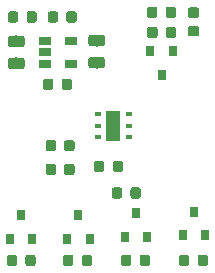
<source format=gtp>
G04 #@! TF.GenerationSoftware,KiCad,Pcbnew,(5.1.2)-1*
G04 #@! TF.CreationDate,2022-08-21T12:43:38+09:00*
G04 #@! TF.ProjectId,conv,636f6e76-2e6b-4696-9361-645f70636258,v1.1*
G04 #@! TF.SameCoordinates,Original*
G04 #@! TF.FileFunction,Paste,Top*
G04 #@! TF.FilePolarity,Positive*
%FSLAX46Y46*%
G04 Gerber Fmt 4.6, Leading zero omitted, Abs format (unit mm)*
G04 Created by KiCad (PCBNEW (5.1.2)-1) date 2022-08-21 12:43:38*
%MOMM*%
%LPD*%
G04 APERTURE LIST*
%ADD10C,0.100000*%
%ADD11C,0.875000*%
%ADD12R,0.800000X0.900000*%
%ADD13R,1.300000X2.500000*%
%ADD14R,0.500000X0.450000*%
%ADD15R,1.060000X0.650000*%
%ADD16C,0.975000*%
G04 APERTURE END LIST*
D10*
G36*
X125215691Y-112226053D02*
G01*
X125236926Y-112229203D01*
X125257750Y-112234419D01*
X125277962Y-112241651D01*
X125297368Y-112250830D01*
X125315781Y-112261866D01*
X125333024Y-112274654D01*
X125348930Y-112289070D01*
X125363346Y-112304976D01*
X125376134Y-112322219D01*
X125387170Y-112340632D01*
X125396349Y-112360038D01*
X125403581Y-112380250D01*
X125408797Y-112401074D01*
X125411947Y-112422309D01*
X125413000Y-112443750D01*
X125413000Y-112956250D01*
X125411947Y-112977691D01*
X125408797Y-112998926D01*
X125403581Y-113019750D01*
X125396349Y-113039962D01*
X125387170Y-113059368D01*
X125376134Y-113077781D01*
X125363346Y-113095024D01*
X125348930Y-113110930D01*
X125333024Y-113125346D01*
X125315781Y-113138134D01*
X125297368Y-113149170D01*
X125277962Y-113158349D01*
X125257750Y-113165581D01*
X125236926Y-113170797D01*
X125215691Y-113173947D01*
X125194250Y-113175000D01*
X124756750Y-113175000D01*
X124735309Y-113173947D01*
X124714074Y-113170797D01*
X124693250Y-113165581D01*
X124673038Y-113158349D01*
X124653632Y-113149170D01*
X124635219Y-113138134D01*
X124617976Y-113125346D01*
X124602070Y-113110930D01*
X124587654Y-113095024D01*
X124574866Y-113077781D01*
X124563830Y-113059368D01*
X124554651Y-113039962D01*
X124547419Y-113019750D01*
X124542203Y-112998926D01*
X124539053Y-112977691D01*
X124538000Y-112956250D01*
X124538000Y-112443750D01*
X124539053Y-112422309D01*
X124542203Y-112401074D01*
X124547419Y-112380250D01*
X124554651Y-112360038D01*
X124563830Y-112340632D01*
X124574866Y-112322219D01*
X124587654Y-112304976D01*
X124602070Y-112289070D01*
X124617976Y-112274654D01*
X124635219Y-112261866D01*
X124653632Y-112250830D01*
X124673038Y-112241651D01*
X124693250Y-112234419D01*
X124714074Y-112229203D01*
X124735309Y-112226053D01*
X124756750Y-112225000D01*
X125194250Y-112225000D01*
X125215691Y-112226053D01*
X125215691Y-112226053D01*
G37*
D11*
X124975500Y-112700000D03*
D10*
G36*
X123640691Y-112226053D02*
G01*
X123661926Y-112229203D01*
X123682750Y-112234419D01*
X123702962Y-112241651D01*
X123722368Y-112250830D01*
X123740781Y-112261866D01*
X123758024Y-112274654D01*
X123773930Y-112289070D01*
X123788346Y-112304976D01*
X123801134Y-112322219D01*
X123812170Y-112340632D01*
X123821349Y-112360038D01*
X123828581Y-112380250D01*
X123833797Y-112401074D01*
X123836947Y-112422309D01*
X123838000Y-112443750D01*
X123838000Y-112956250D01*
X123836947Y-112977691D01*
X123833797Y-112998926D01*
X123828581Y-113019750D01*
X123821349Y-113039962D01*
X123812170Y-113059368D01*
X123801134Y-113077781D01*
X123788346Y-113095024D01*
X123773930Y-113110930D01*
X123758024Y-113125346D01*
X123740781Y-113138134D01*
X123722368Y-113149170D01*
X123702962Y-113158349D01*
X123682750Y-113165581D01*
X123661926Y-113170797D01*
X123640691Y-113173947D01*
X123619250Y-113175000D01*
X123181750Y-113175000D01*
X123160309Y-113173947D01*
X123139074Y-113170797D01*
X123118250Y-113165581D01*
X123098038Y-113158349D01*
X123078632Y-113149170D01*
X123060219Y-113138134D01*
X123042976Y-113125346D01*
X123027070Y-113110930D01*
X123012654Y-113095024D01*
X122999866Y-113077781D01*
X122988830Y-113059368D01*
X122979651Y-113039962D01*
X122972419Y-113019750D01*
X122967203Y-112998926D01*
X122964053Y-112977691D01*
X122963000Y-112956250D01*
X122963000Y-112443750D01*
X122964053Y-112422309D01*
X122967203Y-112401074D01*
X122972419Y-112380250D01*
X122979651Y-112360038D01*
X122988830Y-112340632D01*
X122999866Y-112322219D01*
X123012654Y-112304976D01*
X123027070Y-112289070D01*
X123042976Y-112274654D01*
X123060219Y-112261866D01*
X123078632Y-112250830D01*
X123098038Y-112241651D01*
X123118250Y-112234419D01*
X123139074Y-112229203D01*
X123160309Y-112226053D01*
X123181750Y-112225000D01*
X123619250Y-112225000D01*
X123640691Y-112226053D01*
X123640691Y-112226053D01*
G37*
D11*
X123400500Y-112700000D03*
D10*
G36*
X122539691Y-92926053D02*
G01*
X122560926Y-92929203D01*
X122581750Y-92934419D01*
X122601962Y-92941651D01*
X122621368Y-92950830D01*
X122639781Y-92961866D01*
X122657024Y-92974654D01*
X122672930Y-92989070D01*
X122687346Y-93004976D01*
X122700134Y-93022219D01*
X122711170Y-93040632D01*
X122720349Y-93060038D01*
X122727581Y-93080250D01*
X122732797Y-93101074D01*
X122735947Y-93122309D01*
X122737000Y-93143750D01*
X122737000Y-93656250D01*
X122735947Y-93677691D01*
X122732797Y-93698926D01*
X122727581Y-93719750D01*
X122720349Y-93739962D01*
X122711170Y-93759368D01*
X122700134Y-93777781D01*
X122687346Y-93795024D01*
X122672930Y-93810930D01*
X122657024Y-93825346D01*
X122639781Y-93838134D01*
X122621368Y-93849170D01*
X122601962Y-93858349D01*
X122581750Y-93865581D01*
X122560926Y-93870797D01*
X122539691Y-93873947D01*
X122518250Y-93875000D01*
X122080750Y-93875000D01*
X122059309Y-93873947D01*
X122038074Y-93870797D01*
X122017250Y-93865581D01*
X121997038Y-93858349D01*
X121977632Y-93849170D01*
X121959219Y-93838134D01*
X121941976Y-93825346D01*
X121926070Y-93810930D01*
X121911654Y-93795024D01*
X121898866Y-93777781D01*
X121887830Y-93759368D01*
X121878651Y-93739962D01*
X121871419Y-93719750D01*
X121866203Y-93698926D01*
X121863053Y-93677691D01*
X121862000Y-93656250D01*
X121862000Y-93143750D01*
X121863053Y-93122309D01*
X121866203Y-93101074D01*
X121871419Y-93080250D01*
X121878651Y-93060038D01*
X121887830Y-93040632D01*
X121898866Y-93022219D01*
X121911654Y-93004976D01*
X121926070Y-92989070D01*
X121941976Y-92974654D01*
X121959219Y-92961866D01*
X121977632Y-92950830D01*
X121997038Y-92941651D01*
X122017250Y-92934419D01*
X122038074Y-92929203D01*
X122059309Y-92926053D01*
X122080750Y-92925000D01*
X122518250Y-92925000D01*
X122539691Y-92926053D01*
X122539691Y-92926053D01*
G37*
D11*
X122299500Y-93400000D03*
D10*
G36*
X120964691Y-92926053D02*
G01*
X120985926Y-92929203D01*
X121006750Y-92934419D01*
X121026962Y-92941651D01*
X121046368Y-92950830D01*
X121064781Y-92961866D01*
X121082024Y-92974654D01*
X121097930Y-92989070D01*
X121112346Y-93004976D01*
X121125134Y-93022219D01*
X121136170Y-93040632D01*
X121145349Y-93060038D01*
X121152581Y-93080250D01*
X121157797Y-93101074D01*
X121160947Y-93122309D01*
X121162000Y-93143750D01*
X121162000Y-93656250D01*
X121160947Y-93677691D01*
X121157797Y-93698926D01*
X121152581Y-93719750D01*
X121145349Y-93739962D01*
X121136170Y-93759368D01*
X121125134Y-93777781D01*
X121112346Y-93795024D01*
X121097930Y-93810930D01*
X121082024Y-93825346D01*
X121064781Y-93838134D01*
X121046368Y-93849170D01*
X121026962Y-93858349D01*
X121006750Y-93865581D01*
X120985926Y-93870797D01*
X120964691Y-93873947D01*
X120943250Y-93875000D01*
X120505750Y-93875000D01*
X120484309Y-93873947D01*
X120463074Y-93870797D01*
X120442250Y-93865581D01*
X120422038Y-93858349D01*
X120402632Y-93849170D01*
X120384219Y-93838134D01*
X120366976Y-93825346D01*
X120351070Y-93810930D01*
X120336654Y-93795024D01*
X120323866Y-93777781D01*
X120312830Y-93759368D01*
X120303651Y-93739962D01*
X120296419Y-93719750D01*
X120291203Y-93698926D01*
X120288053Y-93677691D01*
X120287000Y-93656250D01*
X120287000Y-93143750D01*
X120288053Y-93122309D01*
X120291203Y-93101074D01*
X120296419Y-93080250D01*
X120303651Y-93060038D01*
X120312830Y-93040632D01*
X120323866Y-93022219D01*
X120336654Y-93004976D01*
X120351070Y-92989070D01*
X120366976Y-92974654D01*
X120384219Y-92961866D01*
X120402632Y-92950830D01*
X120422038Y-92941651D01*
X120442250Y-92934419D01*
X120463074Y-92929203D01*
X120484309Y-92926053D01*
X120505750Y-92925000D01*
X120943250Y-92925000D01*
X120964691Y-92926053D01*
X120964691Y-92926053D01*
G37*
D11*
X120724500Y-93400000D03*
D10*
G36*
X124477691Y-91288553D02*
G01*
X124498926Y-91291703D01*
X124519750Y-91296919D01*
X124539962Y-91304151D01*
X124559368Y-91313330D01*
X124577781Y-91324366D01*
X124595024Y-91337154D01*
X124610930Y-91351570D01*
X124625346Y-91367476D01*
X124638134Y-91384719D01*
X124649170Y-91403132D01*
X124658349Y-91422538D01*
X124665581Y-91442750D01*
X124670797Y-91463574D01*
X124673947Y-91484809D01*
X124675000Y-91506250D01*
X124675000Y-91943750D01*
X124673947Y-91965191D01*
X124670797Y-91986426D01*
X124665581Y-92007250D01*
X124658349Y-92027462D01*
X124649170Y-92046868D01*
X124638134Y-92065281D01*
X124625346Y-92082524D01*
X124610930Y-92098430D01*
X124595024Y-92112846D01*
X124577781Y-92125634D01*
X124559368Y-92136670D01*
X124539962Y-92145849D01*
X124519750Y-92153081D01*
X124498926Y-92158297D01*
X124477691Y-92161447D01*
X124456250Y-92162500D01*
X123943750Y-92162500D01*
X123922309Y-92161447D01*
X123901074Y-92158297D01*
X123880250Y-92153081D01*
X123860038Y-92145849D01*
X123840632Y-92136670D01*
X123822219Y-92125634D01*
X123804976Y-92112846D01*
X123789070Y-92098430D01*
X123774654Y-92082524D01*
X123761866Y-92065281D01*
X123750830Y-92046868D01*
X123741651Y-92027462D01*
X123734419Y-92007250D01*
X123729203Y-91986426D01*
X123726053Y-91965191D01*
X123725000Y-91943750D01*
X123725000Y-91506250D01*
X123726053Y-91484809D01*
X123729203Y-91463574D01*
X123734419Y-91442750D01*
X123741651Y-91422538D01*
X123750830Y-91403132D01*
X123761866Y-91384719D01*
X123774654Y-91367476D01*
X123789070Y-91351570D01*
X123804976Y-91337154D01*
X123822219Y-91324366D01*
X123840632Y-91313330D01*
X123860038Y-91304151D01*
X123880250Y-91296919D01*
X123901074Y-91291703D01*
X123922309Y-91288553D01*
X123943750Y-91287500D01*
X124456250Y-91287500D01*
X124477691Y-91288553D01*
X124477691Y-91288553D01*
G37*
D11*
X124200000Y-91725000D03*
D10*
G36*
X124477691Y-92863553D02*
G01*
X124498926Y-92866703D01*
X124519750Y-92871919D01*
X124539962Y-92879151D01*
X124559368Y-92888330D01*
X124577781Y-92899366D01*
X124595024Y-92912154D01*
X124610930Y-92926570D01*
X124625346Y-92942476D01*
X124638134Y-92959719D01*
X124649170Y-92978132D01*
X124658349Y-92997538D01*
X124665581Y-93017750D01*
X124670797Y-93038574D01*
X124673947Y-93059809D01*
X124675000Y-93081250D01*
X124675000Y-93518750D01*
X124673947Y-93540191D01*
X124670797Y-93561426D01*
X124665581Y-93582250D01*
X124658349Y-93602462D01*
X124649170Y-93621868D01*
X124638134Y-93640281D01*
X124625346Y-93657524D01*
X124610930Y-93673430D01*
X124595024Y-93687846D01*
X124577781Y-93700634D01*
X124559368Y-93711670D01*
X124539962Y-93720849D01*
X124519750Y-93728081D01*
X124498926Y-93733297D01*
X124477691Y-93736447D01*
X124456250Y-93737500D01*
X123943750Y-93737500D01*
X123922309Y-93736447D01*
X123901074Y-93733297D01*
X123880250Y-93728081D01*
X123860038Y-93720849D01*
X123840632Y-93711670D01*
X123822219Y-93700634D01*
X123804976Y-93687846D01*
X123789070Y-93673430D01*
X123774654Y-93657524D01*
X123761866Y-93640281D01*
X123750830Y-93621868D01*
X123741651Y-93602462D01*
X123734419Y-93582250D01*
X123729203Y-93561426D01*
X123726053Y-93540191D01*
X123725000Y-93518750D01*
X123725000Y-93081250D01*
X123726053Y-93059809D01*
X123729203Y-93038574D01*
X123734419Y-93017750D01*
X123741651Y-92997538D01*
X123750830Y-92978132D01*
X123761866Y-92959719D01*
X123774654Y-92942476D01*
X123789070Y-92926570D01*
X123804976Y-92912154D01*
X123822219Y-92899366D01*
X123840632Y-92888330D01*
X123860038Y-92879151D01*
X123880250Y-92871919D01*
X123901074Y-92866703D01*
X123922309Y-92863553D01*
X123943750Y-92862500D01*
X124456250Y-92862500D01*
X124477691Y-92863553D01*
X124477691Y-92863553D01*
G37*
D11*
X124200000Y-93300000D03*
D10*
G36*
X122515691Y-91226053D02*
G01*
X122536926Y-91229203D01*
X122557750Y-91234419D01*
X122577962Y-91241651D01*
X122597368Y-91250830D01*
X122615781Y-91261866D01*
X122633024Y-91274654D01*
X122648930Y-91289070D01*
X122663346Y-91304976D01*
X122676134Y-91322219D01*
X122687170Y-91340632D01*
X122696349Y-91360038D01*
X122703581Y-91380250D01*
X122708797Y-91401074D01*
X122711947Y-91422309D01*
X122713000Y-91443750D01*
X122713000Y-91956250D01*
X122711947Y-91977691D01*
X122708797Y-91998926D01*
X122703581Y-92019750D01*
X122696349Y-92039962D01*
X122687170Y-92059368D01*
X122676134Y-92077781D01*
X122663346Y-92095024D01*
X122648930Y-92110930D01*
X122633024Y-92125346D01*
X122615781Y-92138134D01*
X122597368Y-92149170D01*
X122577962Y-92158349D01*
X122557750Y-92165581D01*
X122536926Y-92170797D01*
X122515691Y-92173947D01*
X122494250Y-92175000D01*
X122056750Y-92175000D01*
X122035309Y-92173947D01*
X122014074Y-92170797D01*
X121993250Y-92165581D01*
X121973038Y-92158349D01*
X121953632Y-92149170D01*
X121935219Y-92138134D01*
X121917976Y-92125346D01*
X121902070Y-92110930D01*
X121887654Y-92095024D01*
X121874866Y-92077781D01*
X121863830Y-92059368D01*
X121854651Y-92039962D01*
X121847419Y-92019750D01*
X121842203Y-91998926D01*
X121839053Y-91977691D01*
X121838000Y-91956250D01*
X121838000Y-91443750D01*
X121839053Y-91422309D01*
X121842203Y-91401074D01*
X121847419Y-91380250D01*
X121854651Y-91360038D01*
X121863830Y-91340632D01*
X121874866Y-91322219D01*
X121887654Y-91304976D01*
X121902070Y-91289070D01*
X121917976Y-91274654D01*
X121935219Y-91261866D01*
X121953632Y-91250830D01*
X121973038Y-91241651D01*
X121993250Y-91234419D01*
X122014074Y-91229203D01*
X122035309Y-91226053D01*
X122056750Y-91225000D01*
X122494250Y-91225000D01*
X122515691Y-91226053D01*
X122515691Y-91226053D01*
G37*
D11*
X122275500Y-91700000D03*
D10*
G36*
X120940691Y-91226053D02*
G01*
X120961926Y-91229203D01*
X120982750Y-91234419D01*
X121002962Y-91241651D01*
X121022368Y-91250830D01*
X121040781Y-91261866D01*
X121058024Y-91274654D01*
X121073930Y-91289070D01*
X121088346Y-91304976D01*
X121101134Y-91322219D01*
X121112170Y-91340632D01*
X121121349Y-91360038D01*
X121128581Y-91380250D01*
X121133797Y-91401074D01*
X121136947Y-91422309D01*
X121138000Y-91443750D01*
X121138000Y-91956250D01*
X121136947Y-91977691D01*
X121133797Y-91998926D01*
X121128581Y-92019750D01*
X121121349Y-92039962D01*
X121112170Y-92059368D01*
X121101134Y-92077781D01*
X121088346Y-92095024D01*
X121073930Y-92110930D01*
X121058024Y-92125346D01*
X121040781Y-92138134D01*
X121022368Y-92149170D01*
X121002962Y-92158349D01*
X120982750Y-92165581D01*
X120961926Y-92170797D01*
X120940691Y-92173947D01*
X120919250Y-92175000D01*
X120481750Y-92175000D01*
X120460309Y-92173947D01*
X120439074Y-92170797D01*
X120418250Y-92165581D01*
X120398038Y-92158349D01*
X120378632Y-92149170D01*
X120360219Y-92138134D01*
X120342976Y-92125346D01*
X120327070Y-92110930D01*
X120312654Y-92095024D01*
X120299866Y-92077781D01*
X120288830Y-92059368D01*
X120279651Y-92039962D01*
X120272419Y-92019750D01*
X120267203Y-91998926D01*
X120264053Y-91977691D01*
X120263000Y-91956250D01*
X120263000Y-91443750D01*
X120264053Y-91422309D01*
X120267203Y-91401074D01*
X120272419Y-91380250D01*
X120279651Y-91360038D01*
X120288830Y-91340632D01*
X120299866Y-91322219D01*
X120312654Y-91304976D01*
X120327070Y-91289070D01*
X120342976Y-91274654D01*
X120360219Y-91261866D01*
X120378632Y-91250830D01*
X120398038Y-91241651D01*
X120418250Y-91234419D01*
X120439074Y-91229203D01*
X120460309Y-91226053D01*
X120481750Y-91225000D01*
X120919250Y-91225000D01*
X120940691Y-91226053D01*
X120940691Y-91226053D01*
G37*
D11*
X120700500Y-91700000D03*
D10*
G36*
X119539691Y-106526053D02*
G01*
X119560926Y-106529203D01*
X119581750Y-106534419D01*
X119601962Y-106541651D01*
X119621368Y-106550830D01*
X119639781Y-106561866D01*
X119657024Y-106574654D01*
X119672930Y-106589070D01*
X119687346Y-106604976D01*
X119700134Y-106622219D01*
X119711170Y-106640632D01*
X119720349Y-106660038D01*
X119727581Y-106680250D01*
X119732797Y-106701074D01*
X119735947Y-106722309D01*
X119737000Y-106743750D01*
X119737000Y-107256250D01*
X119735947Y-107277691D01*
X119732797Y-107298926D01*
X119727581Y-107319750D01*
X119720349Y-107339962D01*
X119711170Y-107359368D01*
X119700134Y-107377781D01*
X119687346Y-107395024D01*
X119672930Y-107410930D01*
X119657024Y-107425346D01*
X119639781Y-107438134D01*
X119621368Y-107449170D01*
X119601962Y-107458349D01*
X119581750Y-107465581D01*
X119560926Y-107470797D01*
X119539691Y-107473947D01*
X119518250Y-107475000D01*
X119080750Y-107475000D01*
X119059309Y-107473947D01*
X119038074Y-107470797D01*
X119017250Y-107465581D01*
X118997038Y-107458349D01*
X118977632Y-107449170D01*
X118959219Y-107438134D01*
X118941976Y-107425346D01*
X118926070Y-107410930D01*
X118911654Y-107395024D01*
X118898866Y-107377781D01*
X118887830Y-107359368D01*
X118878651Y-107339962D01*
X118871419Y-107319750D01*
X118866203Y-107298926D01*
X118863053Y-107277691D01*
X118862000Y-107256250D01*
X118862000Y-106743750D01*
X118863053Y-106722309D01*
X118866203Y-106701074D01*
X118871419Y-106680250D01*
X118878651Y-106660038D01*
X118887830Y-106640632D01*
X118898866Y-106622219D01*
X118911654Y-106604976D01*
X118926070Y-106589070D01*
X118941976Y-106574654D01*
X118959219Y-106561866D01*
X118977632Y-106550830D01*
X118997038Y-106541651D01*
X119017250Y-106534419D01*
X119038074Y-106529203D01*
X119059309Y-106526053D01*
X119080750Y-106525000D01*
X119518250Y-106525000D01*
X119539691Y-106526053D01*
X119539691Y-106526053D01*
G37*
D11*
X119299500Y-107000000D03*
D10*
G36*
X117964691Y-106526053D02*
G01*
X117985926Y-106529203D01*
X118006750Y-106534419D01*
X118026962Y-106541651D01*
X118046368Y-106550830D01*
X118064781Y-106561866D01*
X118082024Y-106574654D01*
X118097930Y-106589070D01*
X118112346Y-106604976D01*
X118125134Y-106622219D01*
X118136170Y-106640632D01*
X118145349Y-106660038D01*
X118152581Y-106680250D01*
X118157797Y-106701074D01*
X118160947Y-106722309D01*
X118162000Y-106743750D01*
X118162000Y-107256250D01*
X118160947Y-107277691D01*
X118157797Y-107298926D01*
X118152581Y-107319750D01*
X118145349Y-107339962D01*
X118136170Y-107359368D01*
X118125134Y-107377781D01*
X118112346Y-107395024D01*
X118097930Y-107410930D01*
X118082024Y-107425346D01*
X118064781Y-107438134D01*
X118046368Y-107449170D01*
X118026962Y-107458349D01*
X118006750Y-107465581D01*
X117985926Y-107470797D01*
X117964691Y-107473947D01*
X117943250Y-107475000D01*
X117505750Y-107475000D01*
X117484309Y-107473947D01*
X117463074Y-107470797D01*
X117442250Y-107465581D01*
X117422038Y-107458349D01*
X117402632Y-107449170D01*
X117384219Y-107438134D01*
X117366976Y-107425346D01*
X117351070Y-107410930D01*
X117336654Y-107395024D01*
X117323866Y-107377781D01*
X117312830Y-107359368D01*
X117303651Y-107339962D01*
X117296419Y-107319750D01*
X117291203Y-107298926D01*
X117288053Y-107277691D01*
X117287000Y-107256250D01*
X117287000Y-106743750D01*
X117288053Y-106722309D01*
X117291203Y-106701074D01*
X117296419Y-106680250D01*
X117303651Y-106660038D01*
X117312830Y-106640632D01*
X117323866Y-106622219D01*
X117336654Y-106604976D01*
X117351070Y-106589070D01*
X117366976Y-106574654D01*
X117384219Y-106561866D01*
X117402632Y-106550830D01*
X117422038Y-106541651D01*
X117442250Y-106534419D01*
X117463074Y-106529203D01*
X117484309Y-106526053D01*
X117505750Y-106525000D01*
X117943250Y-106525000D01*
X117964691Y-106526053D01*
X117964691Y-106526053D01*
G37*
D11*
X117724500Y-107000000D03*
D10*
G36*
X110639691Y-112226053D02*
G01*
X110660926Y-112229203D01*
X110681750Y-112234419D01*
X110701962Y-112241651D01*
X110721368Y-112250830D01*
X110739781Y-112261866D01*
X110757024Y-112274654D01*
X110772930Y-112289070D01*
X110787346Y-112304976D01*
X110800134Y-112322219D01*
X110811170Y-112340632D01*
X110820349Y-112360038D01*
X110827581Y-112380250D01*
X110832797Y-112401074D01*
X110835947Y-112422309D01*
X110837000Y-112443750D01*
X110837000Y-112956250D01*
X110835947Y-112977691D01*
X110832797Y-112998926D01*
X110827581Y-113019750D01*
X110820349Y-113039962D01*
X110811170Y-113059368D01*
X110800134Y-113077781D01*
X110787346Y-113095024D01*
X110772930Y-113110930D01*
X110757024Y-113125346D01*
X110739781Y-113138134D01*
X110721368Y-113149170D01*
X110701962Y-113158349D01*
X110681750Y-113165581D01*
X110660926Y-113170797D01*
X110639691Y-113173947D01*
X110618250Y-113175000D01*
X110180750Y-113175000D01*
X110159309Y-113173947D01*
X110138074Y-113170797D01*
X110117250Y-113165581D01*
X110097038Y-113158349D01*
X110077632Y-113149170D01*
X110059219Y-113138134D01*
X110041976Y-113125346D01*
X110026070Y-113110930D01*
X110011654Y-113095024D01*
X109998866Y-113077781D01*
X109987830Y-113059368D01*
X109978651Y-113039962D01*
X109971419Y-113019750D01*
X109966203Y-112998926D01*
X109963053Y-112977691D01*
X109962000Y-112956250D01*
X109962000Y-112443750D01*
X109963053Y-112422309D01*
X109966203Y-112401074D01*
X109971419Y-112380250D01*
X109978651Y-112360038D01*
X109987830Y-112340632D01*
X109998866Y-112322219D01*
X110011654Y-112304976D01*
X110026070Y-112289070D01*
X110041976Y-112274654D01*
X110059219Y-112261866D01*
X110077632Y-112250830D01*
X110097038Y-112241651D01*
X110117250Y-112234419D01*
X110138074Y-112229203D01*
X110159309Y-112226053D01*
X110180750Y-112225000D01*
X110618250Y-112225000D01*
X110639691Y-112226053D01*
X110639691Y-112226053D01*
G37*
D11*
X110399500Y-112700000D03*
D10*
G36*
X109064691Y-112226053D02*
G01*
X109085926Y-112229203D01*
X109106750Y-112234419D01*
X109126962Y-112241651D01*
X109146368Y-112250830D01*
X109164781Y-112261866D01*
X109182024Y-112274654D01*
X109197930Y-112289070D01*
X109212346Y-112304976D01*
X109225134Y-112322219D01*
X109236170Y-112340632D01*
X109245349Y-112360038D01*
X109252581Y-112380250D01*
X109257797Y-112401074D01*
X109260947Y-112422309D01*
X109262000Y-112443750D01*
X109262000Y-112956250D01*
X109260947Y-112977691D01*
X109257797Y-112998926D01*
X109252581Y-113019750D01*
X109245349Y-113039962D01*
X109236170Y-113059368D01*
X109225134Y-113077781D01*
X109212346Y-113095024D01*
X109197930Y-113110930D01*
X109182024Y-113125346D01*
X109164781Y-113138134D01*
X109146368Y-113149170D01*
X109126962Y-113158349D01*
X109106750Y-113165581D01*
X109085926Y-113170797D01*
X109064691Y-113173947D01*
X109043250Y-113175000D01*
X108605750Y-113175000D01*
X108584309Y-113173947D01*
X108563074Y-113170797D01*
X108542250Y-113165581D01*
X108522038Y-113158349D01*
X108502632Y-113149170D01*
X108484219Y-113138134D01*
X108466976Y-113125346D01*
X108451070Y-113110930D01*
X108436654Y-113095024D01*
X108423866Y-113077781D01*
X108412830Y-113059368D01*
X108403651Y-113039962D01*
X108396419Y-113019750D01*
X108391203Y-112998926D01*
X108388053Y-112977691D01*
X108387000Y-112956250D01*
X108387000Y-112443750D01*
X108388053Y-112422309D01*
X108391203Y-112401074D01*
X108396419Y-112380250D01*
X108403651Y-112360038D01*
X108412830Y-112340632D01*
X108423866Y-112322219D01*
X108436654Y-112304976D01*
X108451070Y-112289070D01*
X108466976Y-112274654D01*
X108484219Y-112261866D01*
X108502632Y-112250830D01*
X108522038Y-112241651D01*
X108542250Y-112234419D01*
X108563074Y-112229203D01*
X108584309Y-112226053D01*
X108605750Y-112225000D01*
X109043250Y-112225000D01*
X109064691Y-112226053D01*
X109064691Y-112226053D01*
G37*
D11*
X108824500Y-112700000D03*
D10*
G36*
X115415691Y-112226053D02*
G01*
X115436926Y-112229203D01*
X115457750Y-112234419D01*
X115477962Y-112241651D01*
X115497368Y-112250830D01*
X115515781Y-112261866D01*
X115533024Y-112274654D01*
X115548930Y-112289070D01*
X115563346Y-112304976D01*
X115576134Y-112322219D01*
X115587170Y-112340632D01*
X115596349Y-112360038D01*
X115603581Y-112380250D01*
X115608797Y-112401074D01*
X115611947Y-112422309D01*
X115613000Y-112443750D01*
X115613000Y-112956250D01*
X115611947Y-112977691D01*
X115608797Y-112998926D01*
X115603581Y-113019750D01*
X115596349Y-113039962D01*
X115587170Y-113059368D01*
X115576134Y-113077781D01*
X115563346Y-113095024D01*
X115548930Y-113110930D01*
X115533024Y-113125346D01*
X115515781Y-113138134D01*
X115497368Y-113149170D01*
X115477962Y-113158349D01*
X115457750Y-113165581D01*
X115436926Y-113170797D01*
X115415691Y-113173947D01*
X115394250Y-113175000D01*
X114956750Y-113175000D01*
X114935309Y-113173947D01*
X114914074Y-113170797D01*
X114893250Y-113165581D01*
X114873038Y-113158349D01*
X114853632Y-113149170D01*
X114835219Y-113138134D01*
X114817976Y-113125346D01*
X114802070Y-113110930D01*
X114787654Y-113095024D01*
X114774866Y-113077781D01*
X114763830Y-113059368D01*
X114754651Y-113039962D01*
X114747419Y-113019750D01*
X114742203Y-112998926D01*
X114739053Y-112977691D01*
X114738000Y-112956250D01*
X114738000Y-112443750D01*
X114739053Y-112422309D01*
X114742203Y-112401074D01*
X114747419Y-112380250D01*
X114754651Y-112360038D01*
X114763830Y-112340632D01*
X114774866Y-112322219D01*
X114787654Y-112304976D01*
X114802070Y-112289070D01*
X114817976Y-112274654D01*
X114835219Y-112261866D01*
X114853632Y-112250830D01*
X114873038Y-112241651D01*
X114893250Y-112234419D01*
X114914074Y-112229203D01*
X114935309Y-112226053D01*
X114956750Y-112225000D01*
X115394250Y-112225000D01*
X115415691Y-112226053D01*
X115415691Y-112226053D01*
G37*
D11*
X115175500Y-112700000D03*
D10*
G36*
X113840691Y-112226053D02*
G01*
X113861926Y-112229203D01*
X113882750Y-112234419D01*
X113902962Y-112241651D01*
X113922368Y-112250830D01*
X113940781Y-112261866D01*
X113958024Y-112274654D01*
X113973930Y-112289070D01*
X113988346Y-112304976D01*
X114001134Y-112322219D01*
X114012170Y-112340632D01*
X114021349Y-112360038D01*
X114028581Y-112380250D01*
X114033797Y-112401074D01*
X114036947Y-112422309D01*
X114038000Y-112443750D01*
X114038000Y-112956250D01*
X114036947Y-112977691D01*
X114033797Y-112998926D01*
X114028581Y-113019750D01*
X114021349Y-113039962D01*
X114012170Y-113059368D01*
X114001134Y-113077781D01*
X113988346Y-113095024D01*
X113973930Y-113110930D01*
X113958024Y-113125346D01*
X113940781Y-113138134D01*
X113922368Y-113149170D01*
X113902962Y-113158349D01*
X113882750Y-113165581D01*
X113861926Y-113170797D01*
X113840691Y-113173947D01*
X113819250Y-113175000D01*
X113381750Y-113175000D01*
X113360309Y-113173947D01*
X113339074Y-113170797D01*
X113318250Y-113165581D01*
X113298038Y-113158349D01*
X113278632Y-113149170D01*
X113260219Y-113138134D01*
X113242976Y-113125346D01*
X113227070Y-113110930D01*
X113212654Y-113095024D01*
X113199866Y-113077781D01*
X113188830Y-113059368D01*
X113179651Y-113039962D01*
X113172419Y-113019750D01*
X113167203Y-112998926D01*
X113164053Y-112977691D01*
X113163000Y-112956250D01*
X113163000Y-112443750D01*
X113164053Y-112422309D01*
X113167203Y-112401074D01*
X113172419Y-112380250D01*
X113179651Y-112360038D01*
X113188830Y-112340632D01*
X113199866Y-112322219D01*
X113212654Y-112304976D01*
X113227070Y-112289070D01*
X113242976Y-112274654D01*
X113260219Y-112261866D01*
X113278632Y-112250830D01*
X113298038Y-112241651D01*
X113318250Y-112234419D01*
X113339074Y-112229203D01*
X113360309Y-112226053D01*
X113381750Y-112225000D01*
X113819250Y-112225000D01*
X113840691Y-112226053D01*
X113840691Y-112226053D01*
G37*
D11*
X113600500Y-112700000D03*
D12*
X121500000Y-97000000D03*
X120550000Y-95000000D03*
X122450000Y-95000000D03*
X124250000Y-108600000D03*
X125200000Y-110600000D03*
X123300000Y-110600000D03*
X119350000Y-108700000D03*
X120300000Y-110700000D03*
X118400000Y-110700000D03*
X114450000Y-108900000D03*
X115400000Y-110900000D03*
X113500000Y-110900000D03*
X109600000Y-108900000D03*
X110550000Y-110900000D03*
X108650000Y-110900000D03*
D13*
X117400000Y-101300000D03*
D14*
X116100000Y-102250000D03*
X116100000Y-101300000D03*
X116100000Y-100350000D03*
X118700000Y-100350000D03*
X118700000Y-101300000D03*
X118700000Y-102250000D03*
D15*
X113800000Y-94150000D03*
X113800000Y-96050000D03*
X111600000Y-96050000D03*
X111600000Y-95100000D03*
X111600000Y-94150000D03*
D10*
G36*
X109164691Y-91626053D02*
G01*
X109185926Y-91629203D01*
X109206750Y-91634419D01*
X109226962Y-91641651D01*
X109246368Y-91650830D01*
X109264781Y-91661866D01*
X109282024Y-91674654D01*
X109297930Y-91689070D01*
X109312346Y-91704976D01*
X109325134Y-91722219D01*
X109336170Y-91740632D01*
X109345349Y-91760038D01*
X109352581Y-91780250D01*
X109357797Y-91801074D01*
X109360947Y-91822309D01*
X109362000Y-91843750D01*
X109362000Y-92356250D01*
X109360947Y-92377691D01*
X109357797Y-92398926D01*
X109352581Y-92419750D01*
X109345349Y-92439962D01*
X109336170Y-92459368D01*
X109325134Y-92477781D01*
X109312346Y-92495024D01*
X109297930Y-92510930D01*
X109282024Y-92525346D01*
X109264781Y-92538134D01*
X109246368Y-92549170D01*
X109226962Y-92558349D01*
X109206750Y-92565581D01*
X109185926Y-92570797D01*
X109164691Y-92573947D01*
X109143250Y-92575000D01*
X108705750Y-92575000D01*
X108684309Y-92573947D01*
X108663074Y-92570797D01*
X108642250Y-92565581D01*
X108622038Y-92558349D01*
X108602632Y-92549170D01*
X108584219Y-92538134D01*
X108566976Y-92525346D01*
X108551070Y-92510930D01*
X108536654Y-92495024D01*
X108523866Y-92477781D01*
X108512830Y-92459368D01*
X108503651Y-92439962D01*
X108496419Y-92419750D01*
X108491203Y-92398926D01*
X108488053Y-92377691D01*
X108487000Y-92356250D01*
X108487000Y-91843750D01*
X108488053Y-91822309D01*
X108491203Y-91801074D01*
X108496419Y-91780250D01*
X108503651Y-91760038D01*
X108512830Y-91740632D01*
X108523866Y-91722219D01*
X108536654Y-91704976D01*
X108551070Y-91689070D01*
X108566976Y-91674654D01*
X108584219Y-91661866D01*
X108602632Y-91650830D01*
X108622038Y-91641651D01*
X108642250Y-91634419D01*
X108663074Y-91629203D01*
X108684309Y-91626053D01*
X108705750Y-91625000D01*
X109143250Y-91625000D01*
X109164691Y-91626053D01*
X109164691Y-91626053D01*
G37*
D11*
X108924500Y-92100000D03*
D10*
G36*
X110739691Y-91626053D02*
G01*
X110760926Y-91629203D01*
X110781750Y-91634419D01*
X110801962Y-91641651D01*
X110821368Y-91650830D01*
X110839781Y-91661866D01*
X110857024Y-91674654D01*
X110872930Y-91689070D01*
X110887346Y-91704976D01*
X110900134Y-91722219D01*
X110911170Y-91740632D01*
X110920349Y-91760038D01*
X110927581Y-91780250D01*
X110932797Y-91801074D01*
X110935947Y-91822309D01*
X110937000Y-91843750D01*
X110937000Y-92356250D01*
X110935947Y-92377691D01*
X110932797Y-92398926D01*
X110927581Y-92419750D01*
X110920349Y-92439962D01*
X110911170Y-92459368D01*
X110900134Y-92477781D01*
X110887346Y-92495024D01*
X110872930Y-92510930D01*
X110857024Y-92525346D01*
X110839781Y-92538134D01*
X110821368Y-92549170D01*
X110801962Y-92558349D01*
X110781750Y-92565581D01*
X110760926Y-92570797D01*
X110739691Y-92573947D01*
X110718250Y-92575000D01*
X110280750Y-92575000D01*
X110259309Y-92573947D01*
X110238074Y-92570797D01*
X110217250Y-92565581D01*
X110197038Y-92558349D01*
X110177632Y-92549170D01*
X110159219Y-92538134D01*
X110141976Y-92525346D01*
X110126070Y-92510930D01*
X110111654Y-92495024D01*
X110098866Y-92477781D01*
X110087830Y-92459368D01*
X110078651Y-92439962D01*
X110071419Y-92419750D01*
X110066203Y-92398926D01*
X110063053Y-92377691D01*
X110062000Y-92356250D01*
X110062000Y-91843750D01*
X110063053Y-91822309D01*
X110066203Y-91801074D01*
X110071419Y-91780250D01*
X110078651Y-91760038D01*
X110087830Y-91740632D01*
X110098866Y-91722219D01*
X110111654Y-91704976D01*
X110126070Y-91689070D01*
X110141976Y-91674654D01*
X110159219Y-91661866D01*
X110177632Y-91650830D01*
X110197038Y-91641651D01*
X110217250Y-91634419D01*
X110238074Y-91629203D01*
X110259309Y-91626053D01*
X110280750Y-91625000D01*
X110718250Y-91625000D01*
X110739691Y-91626053D01*
X110739691Y-91626053D01*
G37*
D11*
X110499500Y-92100000D03*
D10*
G36*
X120315691Y-112226053D02*
G01*
X120336926Y-112229203D01*
X120357750Y-112234419D01*
X120377962Y-112241651D01*
X120397368Y-112250830D01*
X120415781Y-112261866D01*
X120433024Y-112274654D01*
X120448930Y-112289070D01*
X120463346Y-112304976D01*
X120476134Y-112322219D01*
X120487170Y-112340632D01*
X120496349Y-112360038D01*
X120503581Y-112380250D01*
X120508797Y-112401074D01*
X120511947Y-112422309D01*
X120513000Y-112443750D01*
X120513000Y-112956250D01*
X120511947Y-112977691D01*
X120508797Y-112998926D01*
X120503581Y-113019750D01*
X120496349Y-113039962D01*
X120487170Y-113059368D01*
X120476134Y-113077781D01*
X120463346Y-113095024D01*
X120448930Y-113110930D01*
X120433024Y-113125346D01*
X120415781Y-113138134D01*
X120397368Y-113149170D01*
X120377962Y-113158349D01*
X120357750Y-113165581D01*
X120336926Y-113170797D01*
X120315691Y-113173947D01*
X120294250Y-113175000D01*
X119856750Y-113175000D01*
X119835309Y-113173947D01*
X119814074Y-113170797D01*
X119793250Y-113165581D01*
X119773038Y-113158349D01*
X119753632Y-113149170D01*
X119735219Y-113138134D01*
X119717976Y-113125346D01*
X119702070Y-113110930D01*
X119687654Y-113095024D01*
X119674866Y-113077781D01*
X119663830Y-113059368D01*
X119654651Y-113039962D01*
X119647419Y-113019750D01*
X119642203Y-112998926D01*
X119639053Y-112977691D01*
X119638000Y-112956250D01*
X119638000Y-112443750D01*
X119639053Y-112422309D01*
X119642203Y-112401074D01*
X119647419Y-112380250D01*
X119654651Y-112360038D01*
X119663830Y-112340632D01*
X119674866Y-112322219D01*
X119687654Y-112304976D01*
X119702070Y-112289070D01*
X119717976Y-112274654D01*
X119735219Y-112261866D01*
X119753632Y-112250830D01*
X119773038Y-112241651D01*
X119793250Y-112234419D01*
X119814074Y-112229203D01*
X119835309Y-112226053D01*
X119856750Y-112225000D01*
X120294250Y-112225000D01*
X120315691Y-112226053D01*
X120315691Y-112226053D01*
G37*
D11*
X120075500Y-112700000D03*
D10*
G36*
X118740691Y-112226053D02*
G01*
X118761926Y-112229203D01*
X118782750Y-112234419D01*
X118802962Y-112241651D01*
X118822368Y-112250830D01*
X118840781Y-112261866D01*
X118858024Y-112274654D01*
X118873930Y-112289070D01*
X118888346Y-112304976D01*
X118901134Y-112322219D01*
X118912170Y-112340632D01*
X118921349Y-112360038D01*
X118928581Y-112380250D01*
X118933797Y-112401074D01*
X118936947Y-112422309D01*
X118938000Y-112443750D01*
X118938000Y-112956250D01*
X118936947Y-112977691D01*
X118933797Y-112998926D01*
X118928581Y-113019750D01*
X118921349Y-113039962D01*
X118912170Y-113059368D01*
X118901134Y-113077781D01*
X118888346Y-113095024D01*
X118873930Y-113110930D01*
X118858024Y-113125346D01*
X118840781Y-113138134D01*
X118822368Y-113149170D01*
X118802962Y-113158349D01*
X118782750Y-113165581D01*
X118761926Y-113170797D01*
X118740691Y-113173947D01*
X118719250Y-113175000D01*
X118281750Y-113175000D01*
X118260309Y-113173947D01*
X118239074Y-113170797D01*
X118218250Y-113165581D01*
X118198038Y-113158349D01*
X118178632Y-113149170D01*
X118160219Y-113138134D01*
X118142976Y-113125346D01*
X118127070Y-113110930D01*
X118112654Y-113095024D01*
X118099866Y-113077781D01*
X118088830Y-113059368D01*
X118079651Y-113039962D01*
X118072419Y-113019750D01*
X118067203Y-112998926D01*
X118064053Y-112977691D01*
X118063000Y-112956250D01*
X118063000Y-112443750D01*
X118064053Y-112422309D01*
X118067203Y-112401074D01*
X118072419Y-112380250D01*
X118079651Y-112360038D01*
X118088830Y-112340632D01*
X118099866Y-112322219D01*
X118112654Y-112304976D01*
X118127070Y-112289070D01*
X118142976Y-112274654D01*
X118160219Y-112261866D01*
X118178632Y-112250830D01*
X118198038Y-112241651D01*
X118218250Y-112234419D01*
X118239074Y-112229203D01*
X118260309Y-112226053D01*
X118281750Y-112225000D01*
X118719250Y-112225000D01*
X118740691Y-112226053D01*
X118740691Y-112226053D01*
G37*
D11*
X118500500Y-112700000D03*
D10*
G36*
X112352691Y-104526053D02*
G01*
X112373926Y-104529203D01*
X112394750Y-104534419D01*
X112414962Y-104541651D01*
X112434368Y-104550830D01*
X112452781Y-104561866D01*
X112470024Y-104574654D01*
X112485930Y-104589070D01*
X112500346Y-104604976D01*
X112513134Y-104622219D01*
X112524170Y-104640632D01*
X112533349Y-104660038D01*
X112540581Y-104680250D01*
X112545797Y-104701074D01*
X112548947Y-104722309D01*
X112550000Y-104743750D01*
X112550000Y-105256250D01*
X112548947Y-105277691D01*
X112545797Y-105298926D01*
X112540581Y-105319750D01*
X112533349Y-105339962D01*
X112524170Y-105359368D01*
X112513134Y-105377781D01*
X112500346Y-105395024D01*
X112485930Y-105410930D01*
X112470024Y-105425346D01*
X112452781Y-105438134D01*
X112434368Y-105449170D01*
X112414962Y-105458349D01*
X112394750Y-105465581D01*
X112373926Y-105470797D01*
X112352691Y-105473947D01*
X112331250Y-105475000D01*
X111893750Y-105475000D01*
X111872309Y-105473947D01*
X111851074Y-105470797D01*
X111830250Y-105465581D01*
X111810038Y-105458349D01*
X111790632Y-105449170D01*
X111772219Y-105438134D01*
X111754976Y-105425346D01*
X111739070Y-105410930D01*
X111724654Y-105395024D01*
X111711866Y-105377781D01*
X111700830Y-105359368D01*
X111691651Y-105339962D01*
X111684419Y-105319750D01*
X111679203Y-105298926D01*
X111676053Y-105277691D01*
X111675000Y-105256250D01*
X111675000Y-104743750D01*
X111676053Y-104722309D01*
X111679203Y-104701074D01*
X111684419Y-104680250D01*
X111691651Y-104660038D01*
X111700830Y-104640632D01*
X111711866Y-104622219D01*
X111724654Y-104604976D01*
X111739070Y-104589070D01*
X111754976Y-104574654D01*
X111772219Y-104561866D01*
X111790632Y-104550830D01*
X111810038Y-104541651D01*
X111830250Y-104534419D01*
X111851074Y-104529203D01*
X111872309Y-104526053D01*
X111893750Y-104525000D01*
X112331250Y-104525000D01*
X112352691Y-104526053D01*
X112352691Y-104526053D01*
G37*
D11*
X112112500Y-105000000D03*
D10*
G36*
X113927691Y-104526053D02*
G01*
X113948926Y-104529203D01*
X113969750Y-104534419D01*
X113989962Y-104541651D01*
X114009368Y-104550830D01*
X114027781Y-104561866D01*
X114045024Y-104574654D01*
X114060930Y-104589070D01*
X114075346Y-104604976D01*
X114088134Y-104622219D01*
X114099170Y-104640632D01*
X114108349Y-104660038D01*
X114115581Y-104680250D01*
X114120797Y-104701074D01*
X114123947Y-104722309D01*
X114125000Y-104743750D01*
X114125000Y-105256250D01*
X114123947Y-105277691D01*
X114120797Y-105298926D01*
X114115581Y-105319750D01*
X114108349Y-105339962D01*
X114099170Y-105359368D01*
X114088134Y-105377781D01*
X114075346Y-105395024D01*
X114060930Y-105410930D01*
X114045024Y-105425346D01*
X114027781Y-105438134D01*
X114009368Y-105449170D01*
X113989962Y-105458349D01*
X113969750Y-105465581D01*
X113948926Y-105470797D01*
X113927691Y-105473947D01*
X113906250Y-105475000D01*
X113468750Y-105475000D01*
X113447309Y-105473947D01*
X113426074Y-105470797D01*
X113405250Y-105465581D01*
X113385038Y-105458349D01*
X113365632Y-105449170D01*
X113347219Y-105438134D01*
X113329976Y-105425346D01*
X113314070Y-105410930D01*
X113299654Y-105395024D01*
X113286866Y-105377781D01*
X113275830Y-105359368D01*
X113266651Y-105339962D01*
X113259419Y-105319750D01*
X113254203Y-105298926D01*
X113251053Y-105277691D01*
X113250000Y-105256250D01*
X113250000Y-104743750D01*
X113251053Y-104722309D01*
X113254203Y-104701074D01*
X113259419Y-104680250D01*
X113266651Y-104660038D01*
X113275830Y-104640632D01*
X113286866Y-104622219D01*
X113299654Y-104604976D01*
X113314070Y-104589070D01*
X113329976Y-104574654D01*
X113347219Y-104561866D01*
X113365632Y-104550830D01*
X113385038Y-104541651D01*
X113405250Y-104534419D01*
X113426074Y-104529203D01*
X113447309Y-104526053D01*
X113468750Y-104525000D01*
X113906250Y-104525000D01*
X113927691Y-104526053D01*
X113927691Y-104526053D01*
G37*
D11*
X113687500Y-105000000D03*
D10*
G36*
X112352691Y-102526053D02*
G01*
X112373926Y-102529203D01*
X112394750Y-102534419D01*
X112414962Y-102541651D01*
X112434368Y-102550830D01*
X112452781Y-102561866D01*
X112470024Y-102574654D01*
X112485930Y-102589070D01*
X112500346Y-102604976D01*
X112513134Y-102622219D01*
X112524170Y-102640632D01*
X112533349Y-102660038D01*
X112540581Y-102680250D01*
X112545797Y-102701074D01*
X112548947Y-102722309D01*
X112550000Y-102743750D01*
X112550000Y-103256250D01*
X112548947Y-103277691D01*
X112545797Y-103298926D01*
X112540581Y-103319750D01*
X112533349Y-103339962D01*
X112524170Y-103359368D01*
X112513134Y-103377781D01*
X112500346Y-103395024D01*
X112485930Y-103410930D01*
X112470024Y-103425346D01*
X112452781Y-103438134D01*
X112434368Y-103449170D01*
X112414962Y-103458349D01*
X112394750Y-103465581D01*
X112373926Y-103470797D01*
X112352691Y-103473947D01*
X112331250Y-103475000D01*
X111893750Y-103475000D01*
X111872309Y-103473947D01*
X111851074Y-103470797D01*
X111830250Y-103465581D01*
X111810038Y-103458349D01*
X111790632Y-103449170D01*
X111772219Y-103438134D01*
X111754976Y-103425346D01*
X111739070Y-103410930D01*
X111724654Y-103395024D01*
X111711866Y-103377781D01*
X111700830Y-103359368D01*
X111691651Y-103339962D01*
X111684419Y-103319750D01*
X111679203Y-103298926D01*
X111676053Y-103277691D01*
X111675000Y-103256250D01*
X111675000Y-102743750D01*
X111676053Y-102722309D01*
X111679203Y-102701074D01*
X111684419Y-102680250D01*
X111691651Y-102660038D01*
X111700830Y-102640632D01*
X111711866Y-102622219D01*
X111724654Y-102604976D01*
X111739070Y-102589070D01*
X111754976Y-102574654D01*
X111772219Y-102561866D01*
X111790632Y-102550830D01*
X111810038Y-102541651D01*
X111830250Y-102534419D01*
X111851074Y-102529203D01*
X111872309Y-102526053D01*
X111893750Y-102525000D01*
X112331250Y-102525000D01*
X112352691Y-102526053D01*
X112352691Y-102526053D01*
G37*
D11*
X112112500Y-103000000D03*
D10*
G36*
X113927691Y-102526053D02*
G01*
X113948926Y-102529203D01*
X113969750Y-102534419D01*
X113989962Y-102541651D01*
X114009368Y-102550830D01*
X114027781Y-102561866D01*
X114045024Y-102574654D01*
X114060930Y-102589070D01*
X114075346Y-102604976D01*
X114088134Y-102622219D01*
X114099170Y-102640632D01*
X114108349Y-102660038D01*
X114115581Y-102680250D01*
X114120797Y-102701074D01*
X114123947Y-102722309D01*
X114125000Y-102743750D01*
X114125000Y-103256250D01*
X114123947Y-103277691D01*
X114120797Y-103298926D01*
X114115581Y-103319750D01*
X114108349Y-103339962D01*
X114099170Y-103359368D01*
X114088134Y-103377781D01*
X114075346Y-103395024D01*
X114060930Y-103410930D01*
X114045024Y-103425346D01*
X114027781Y-103438134D01*
X114009368Y-103449170D01*
X113989962Y-103458349D01*
X113969750Y-103465581D01*
X113948926Y-103470797D01*
X113927691Y-103473947D01*
X113906250Y-103475000D01*
X113468750Y-103475000D01*
X113447309Y-103473947D01*
X113426074Y-103470797D01*
X113405250Y-103465581D01*
X113385038Y-103458349D01*
X113365632Y-103449170D01*
X113347219Y-103438134D01*
X113329976Y-103425346D01*
X113314070Y-103410930D01*
X113299654Y-103395024D01*
X113286866Y-103377781D01*
X113275830Y-103359368D01*
X113266651Y-103339962D01*
X113259419Y-103319750D01*
X113254203Y-103298926D01*
X113251053Y-103277691D01*
X113250000Y-103256250D01*
X113250000Y-102743750D01*
X113251053Y-102722309D01*
X113254203Y-102701074D01*
X113259419Y-102680250D01*
X113266651Y-102660038D01*
X113275830Y-102640632D01*
X113286866Y-102622219D01*
X113299654Y-102604976D01*
X113314070Y-102589070D01*
X113329976Y-102574654D01*
X113347219Y-102561866D01*
X113365632Y-102550830D01*
X113385038Y-102541651D01*
X113405250Y-102534419D01*
X113426074Y-102529203D01*
X113447309Y-102526053D01*
X113468750Y-102525000D01*
X113906250Y-102525000D01*
X113927691Y-102526053D01*
X113927691Y-102526053D01*
G37*
D11*
X113687500Y-103000000D03*
D10*
G36*
X114115691Y-91626053D02*
G01*
X114136926Y-91629203D01*
X114157750Y-91634419D01*
X114177962Y-91641651D01*
X114197368Y-91650830D01*
X114215781Y-91661866D01*
X114233024Y-91674654D01*
X114248930Y-91689070D01*
X114263346Y-91704976D01*
X114276134Y-91722219D01*
X114287170Y-91740632D01*
X114296349Y-91760038D01*
X114303581Y-91780250D01*
X114308797Y-91801074D01*
X114311947Y-91822309D01*
X114313000Y-91843750D01*
X114313000Y-92356250D01*
X114311947Y-92377691D01*
X114308797Y-92398926D01*
X114303581Y-92419750D01*
X114296349Y-92439962D01*
X114287170Y-92459368D01*
X114276134Y-92477781D01*
X114263346Y-92495024D01*
X114248930Y-92510930D01*
X114233024Y-92525346D01*
X114215781Y-92538134D01*
X114197368Y-92549170D01*
X114177962Y-92558349D01*
X114157750Y-92565581D01*
X114136926Y-92570797D01*
X114115691Y-92573947D01*
X114094250Y-92575000D01*
X113656750Y-92575000D01*
X113635309Y-92573947D01*
X113614074Y-92570797D01*
X113593250Y-92565581D01*
X113573038Y-92558349D01*
X113553632Y-92549170D01*
X113535219Y-92538134D01*
X113517976Y-92525346D01*
X113502070Y-92510930D01*
X113487654Y-92495024D01*
X113474866Y-92477781D01*
X113463830Y-92459368D01*
X113454651Y-92439962D01*
X113447419Y-92419750D01*
X113442203Y-92398926D01*
X113439053Y-92377691D01*
X113438000Y-92356250D01*
X113438000Y-91843750D01*
X113439053Y-91822309D01*
X113442203Y-91801074D01*
X113447419Y-91780250D01*
X113454651Y-91760038D01*
X113463830Y-91740632D01*
X113474866Y-91722219D01*
X113487654Y-91704976D01*
X113502070Y-91689070D01*
X113517976Y-91674654D01*
X113535219Y-91661866D01*
X113553632Y-91650830D01*
X113573038Y-91641651D01*
X113593250Y-91634419D01*
X113614074Y-91629203D01*
X113635309Y-91626053D01*
X113656750Y-91625000D01*
X114094250Y-91625000D01*
X114115691Y-91626053D01*
X114115691Y-91626053D01*
G37*
D11*
X113875500Y-92100000D03*
D10*
G36*
X112540691Y-91626053D02*
G01*
X112561926Y-91629203D01*
X112582750Y-91634419D01*
X112602962Y-91641651D01*
X112622368Y-91650830D01*
X112640781Y-91661866D01*
X112658024Y-91674654D01*
X112673930Y-91689070D01*
X112688346Y-91704976D01*
X112701134Y-91722219D01*
X112712170Y-91740632D01*
X112721349Y-91760038D01*
X112728581Y-91780250D01*
X112733797Y-91801074D01*
X112736947Y-91822309D01*
X112738000Y-91843750D01*
X112738000Y-92356250D01*
X112736947Y-92377691D01*
X112733797Y-92398926D01*
X112728581Y-92419750D01*
X112721349Y-92439962D01*
X112712170Y-92459368D01*
X112701134Y-92477781D01*
X112688346Y-92495024D01*
X112673930Y-92510930D01*
X112658024Y-92525346D01*
X112640781Y-92538134D01*
X112622368Y-92549170D01*
X112602962Y-92558349D01*
X112582750Y-92565581D01*
X112561926Y-92570797D01*
X112540691Y-92573947D01*
X112519250Y-92575000D01*
X112081750Y-92575000D01*
X112060309Y-92573947D01*
X112039074Y-92570797D01*
X112018250Y-92565581D01*
X111998038Y-92558349D01*
X111978632Y-92549170D01*
X111960219Y-92538134D01*
X111942976Y-92525346D01*
X111927070Y-92510930D01*
X111912654Y-92495024D01*
X111899866Y-92477781D01*
X111888830Y-92459368D01*
X111879651Y-92439962D01*
X111872419Y-92419750D01*
X111867203Y-92398926D01*
X111864053Y-92377691D01*
X111863000Y-92356250D01*
X111863000Y-91843750D01*
X111864053Y-91822309D01*
X111867203Y-91801074D01*
X111872419Y-91780250D01*
X111879651Y-91760038D01*
X111888830Y-91740632D01*
X111899866Y-91722219D01*
X111912654Y-91704976D01*
X111927070Y-91689070D01*
X111942976Y-91674654D01*
X111960219Y-91661866D01*
X111978632Y-91650830D01*
X111998038Y-91641651D01*
X112018250Y-91634419D01*
X112039074Y-91629203D01*
X112060309Y-91626053D01*
X112081750Y-91625000D01*
X112519250Y-91625000D01*
X112540691Y-91626053D01*
X112540691Y-91626053D01*
G37*
D11*
X112300500Y-92100000D03*
D10*
G36*
X118025191Y-104276053D02*
G01*
X118046426Y-104279203D01*
X118067250Y-104284419D01*
X118087462Y-104291651D01*
X118106868Y-104300830D01*
X118125281Y-104311866D01*
X118142524Y-104324654D01*
X118158430Y-104339070D01*
X118172846Y-104354976D01*
X118185634Y-104372219D01*
X118196670Y-104390632D01*
X118205849Y-104410038D01*
X118213081Y-104430250D01*
X118218297Y-104451074D01*
X118221447Y-104472309D01*
X118222500Y-104493750D01*
X118222500Y-105006250D01*
X118221447Y-105027691D01*
X118218297Y-105048926D01*
X118213081Y-105069750D01*
X118205849Y-105089962D01*
X118196670Y-105109368D01*
X118185634Y-105127781D01*
X118172846Y-105145024D01*
X118158430Y-105160930D01*
X118142524Y-105175346D01*
X118125281Y-105188134D01*
X118106868Y-105199170D01*
X118087462Y-105208349D01*
X118067250Y-105215581D01*
X118046426Y-105220797D01*
X118025191Y-105223947D01*
X118003750Y-105225000D01*
X117566250Y-105225000D01*
X117544809Y-105223947D01*
X117523574Y-105220797D01*
X117502750Y-105215581D01*
X117482538Y-105208349D01*
X117463132Y-105199170D01*
X117444719Y-105188134D01*
X117427476Y-105175346D01*
X117411570Y-105160930D01*
X117397154Y-105145024D01*
X117384366Y-105127781D01*
X117373330Y-105109368D01*
X117364151Y-105089962D01*
X117356919Y-105069750D01*
X117351703Y-105048926D01*
X117348553Y-105027691D01*
X117347500Y-105006250D01*
X117347500Y-104493750D01*
X117348553Y-104472309D01*
X117351703Y-104451074D01*
X117356919Y-104430250D01*
X117364151Y-104410038D01*
X117373330Y-104390632D01*
X117384366Y-104372219D01*
X117397154Y-104354976D01*
X117411570Y-104339070D01*
X117427476Y-104324654D01*
X117444719Y-104311866D01*
X117463132Y-104300830D01*
X117482538Y-104291651D01*
X117502750Y-104284419D01*
X117523574Y-104279203D01*
X117544809Y-104276053D01*
X117566250Y-104275000D01*
X118003750Y-104275000D01*
X118025191Y-104276053D01*
X118025191Y-104276053D01*
G37*
D11*
X117785000Y-104750000D03*
D10*
G36*
X116450191Y-104276053D02*
G01*
X116471426Y-104279203D01*
X116492250Y-104284419D01*
X116512462Y-104291651D01*
X116531868Y-104300830D01*
X116550281Y-104311866D01*
X116567524Y-104324654D01*
X116583430Y-104339070D01*
X116597846Y-104354976D01*
X116610634Y-104372219D01*
X116621670Y-104390632D01*
X116630849Y-104410038D01*
X116638081Y-104430250D01*
X116643297Y-104451074D01*
X116646447Y-104472309D01*
X116647500Y-104493750D01*
X116647500Y-105006250D01*
X116646447Y-105027691D01*
X116643297Y-105048926D01*
X116638081Y-105069750D01*
X116630849Y-105089962D01*
X116621670Y-105109368D01*
X116610634Y-105127781D01*
X116597846Y-105145024D01*
X116583430Y-105160930D01*
X116567524Y-105175346D01*
X116550281Y-105188134D01*
X116531868Y-105199170D01*
X116512462Y-105208349D01*
X116492250Y-105215581D01*
X116471426Y-105220797D01*
X116450191Y-105223947D01*
X116428750Y-105225000D01*
X115991250Y-105225000D01*
X115969809Y-105223947D01*
X115948574Y-105220797D01*
X115927750Y-105215581D01*
X115907538Y-105208349D01*
X115888132Y-105199170D01*
X115869719Y-105188134D01*
X115852476Y-105175346D01*
X115836570Y-105160930D01*
X115822154Y-105145024D01*
X115809366Y-105127781D01*
X115798330Y-105109368D01*
X115789151Y-105089962D01*
X115781919Y-105069750D01*
X115776703Y-105048926D01*
X115773553Y-105027691D01*
X115772500Y-105006250D01*
X115772500Y-104493750D01*
X115773553Y-104472309D01*
X115776703Y-104451074D01*
X115781919Y-104430250D01*
X115789151Y-104410038D01*
X115798330Y-104390632D01*
X115809366Y-104372219D01*
X115822154Y-104354976D01*
X115836570Y-104339070D01*
X115852476Y-104324654D01*
X115869719Y-104311866D01*
X115888132Y-104300830D01*
X115907538Y-104291651D01*
X115927750Y-104284419D01*
X115948574Y-104279203D01*
X115969809Y-104276053D01*
X115991250Y-104275000D01*
X116428750Y-104275000D01*
X116450191Y-104276053D01*
X116450191Y-104276053D01*
G37*
D11*
X116210000Y-104750000D03*
D10*
G36*
X116480142Y-95488674D02*
G01*
X116503803Y-95492184D01*
X116527007Y-95497996D01*
X116549529Y-95506054D01*
X116571153Y-95516282D01*
X116591670Y-95528579D01*
X116610883Y-95542829D01*
X116628607Y-95558893D01*
X116644671Y-95576617D01*
X116658921Y-95595830D01*
X116671218Y-95616347D01*
X116681446Y-95637971D01*
X116689504Y-95660493D01*
X116695316Y-95683697D01*
X116698826Y-95707358D01*
X116700000Y-95731250D01*
X116700000Y-96218750D01*
X116698826Y-96242642D01*
X116695316Y-96266303D01*
X116689504Y-96289507D01*
X116681446Y-96312029D01*
X116671218Y-96333653D01*
X116658921Y-96354170D01*
X116644671Y-96373383D01*
X116628607Y-96391107D01*
X116610883Y-96407171D01*
X116591670Y-96421421D01*
X116571153Y-96433718D01*
X116549529Y-96443946D01*
X116527007Y-96452004D01*
X116503803Y-96457816D01*
X116480142Y-96461326D01*
X116456250Y-96462500D01*
X115543750Y-96462500D01*
X115519858Y-96461326D01*
X115496197Y-96457816D01*
X115472993Y-96452004D01*
X115450471Y-96443946D01*
X115428847Y-96433718D01*
X115408330Y-96421421D01*
X115389117Y-96407171D01*
X115371393Y-96391107D01*
X115355329Y-96373383D01*
X115341079Y-96354170D01*
X115328782Y-96333653D01*
X115318554Y-96312029D01*
X115310496Y-96289507D01*
X115304684Y-96266303D01*
X115301174Y-96242642D01*
X115300000Y-96218750D01*
X115300000Y-95731250D01*
X115301174Y-95707358D01*
X115304684Y-95683697D01*
X115310496Y-95660493D01*
X115318554Y-95637971D01*
X115328782Y-95616347D01*
X115341079Y-95595830D01*
X115355329Y-95576617D01*
X115371393Y-95558893D01*
X115389117Y-95542829D01*
X115408330Y-95528579D01*
X115428847Y-95516282D01*
X115450471Y-95506054D01*
X115472993Y-95497996D01*
X115496197Y-95492184D01*
X115519858Y-95488674D01*
X115543750Y-95487500D01*
X116456250Y-95487500D01*
X116480142Y-95488674D01*
X116480142Y-95488674D01*
G37*
D16*
X116000000Y-95975000D03*
D10*
G36*
X116480142Y-93613674D02*
G01*
X116503803Y-93617184D01*
X116527007Y-93622996D01*
X116549529Y-93631054D01*
X116571153Y-93641282D01*
X116591670Y-93653579D01*
X116610883Y-93667829D01*
X116628607Y-93683893D01*
X116644671Y-93701617D01*
X116658921Y-93720830D01*
X116671218Y-93741347D01*
X116681446Y-93762971D01*
X116689504Y-93785493D01*
X116695316Y-93808697D01*
X116698826Y-93832358D01*
X116700000Y-93856250D01*
X116700000Y-94343750D01*
X116698826Y-94367642D01*
X116695316Y-94391303D01*
X116689504Y-94414507D01*
X116681446Y-94437029D01*
X116671218Y-94458653D01*
X116658921Y-94479170D01*
X116644671Y-94498383D01*
X116628607Y-94516107D01*
X116610883Y-94532171D01*
X116591670Y-94546421D01*
X116571153Y-94558718D01*
X116549529Y-94568946D01*
X116527007Y-94577004D01*
X116503803Y-94582816D01*
X116480142Y-94586326D01*
X116456250Y-94587500D01*
X115543750Y-94587500D01*
X115519858Y-94586326D01*
X115496197Y-94582816D01*
X115472993Y-94577004D01*
X115450471Y-94568946D01*
X115428847Y-94558718D01*
X115408330Y-94546421D01*
X115389117Y-94532171D01*
X115371393Y-94516107D01*
X115355329Y-94498383D01*
X115341079Y-94479170D01*
X115328782Y-94458653D01*
X115318554Y-94437029D01*
X115310496Y-94414507D01*
X115304684Y-94391303D01*
X115301174Y-94367642D01*
X115300000Y-94343750D01*
X115300000Y-93856250D01*
X115301174Y-93832358D01*
X115304684Y-93808697D01*
X115310496Y-93785493D01*
X115318554Y-93762971D01*
X115328782Y-93741347D01*
X115341079Y-93720830D01*
X115355329Y-93701617D01*
X115371393Y-93683893D01*
X115389117Y-93667829D01*
X115408330Y-93653579D01*
X115428847Y-93641282D01*
X115450471Y-93631054D01*
X115472993Y-93622996D01*
X115496197Y-93617184D01*
X115519858Y-93613674D01*
X115543750Y-93612500D01*
X116456250Y-93612500D01*
X116480142Y-93613674D01*
X116480142Y-93613674D01*
G37*
D16*
X116000000Y-94100000D03*
D10*
G36*
X112140691Y-97326053D02*
G01*
X112161926Y-97329203D01*
X112182750Y-97334419D01*
X112202962Y-97341651D01*
X112222368Y-97350830D01*
X112240781Y-97361866D01*
X112258024Y-97374654D01*
X112273930Y-97389070D01*
X112288346Y-97404976D01*
X112301134Y-97422219D01*
X112312170Y-97440632D01*
X112321349Y-97460038D01*
X112328581Y-97480250D01*
X112333797Y-97501074D01*
X112336947Y-97522309D01*
X112338000Y-97543750D01*
X112338000Y-98056250D01*
X112336947Y-98077691D01*
X112333797Y-98098926D01*
X112328581Y-98119750D01*
X112321349Y-98139962D01*
X112312170Y-98159368D01*
X112301134Y-98177781D01*
X112288346Y-98195024D01*
X112273930Y-98210930D01*
X112258024Y-98225346D01*
X112240781Y-98238134D01*
X112222368Y-98249170D01*
X112202962Y-98258349D01*
X112182750Y-98265581D01*
X112161926Y-98270797D01*
X112140691Y-98273947D01*
X112119250Y-98275000D01*
X111681750Y-98275000D01*
X111660309Y-98273947D01*
X111639074Y-98270797D01*
X111618250Y-98265581D01*
X111598038Y-98258349D01*
X111578632Y-98249170D01*
X111560219Y-98238134D01*
X111542976Y-98225346D01*
X111527070Y-98210930D01*
X111512654Y-98195024D01*
X111499866Y-98177781D01*
X111488830Y-98159368D01*
X111479651Y-98139962D01*
X111472419Y-98119750D01*
X111467203Y-98098926D01*
X111464053Y-98077691D01*
X111463000Y-98056250D01*
X111463000Y-97543750D01*
X111464053Y-97522309D01*
X111467203Y-97501074D01*
X111472419Y-97480250D01*
X111479651Y-97460038D01*
X111488830Y-97440632D01*
X111499866Y-97422219D01*
X111512654Y-97404976D01*
X111527070Y-97389070D01*
X111542976Y-97374654D01*
X111560219Y-97361866D01*
X111578632Y-97350830D01*
X111598038Y-97341651D01*
X111618250Y-97334419D01*
X111639074Y-97329203D01*
X111660309Y-97326053D01*
X111681750Y-97325000D01*
X112119250Y-97325000D01*
X112140691Y-97326053D01*
X112140691Y-97326053D01*
G37*
D11*
X111900500Y-97800000D03*
D10*
G36*
X113715691Y-97326053D02*
G01*
X113736926Y-97329203D01*
X113757750Y-97334419D01*
X113777962Y-97341651D01*
X113797368Y-97350830D01*
X113815781Y-97361866D01*
X113833024Y-97374654D01*
X113848930Y-97389070D01*
X113863346Y-97404976D01*
X113876134Y-97422219D01*
X113887170Y-97440632D01*
X113896349Y-97460038D01*
X113903581Y-97480250D01*
X113908797Y-97501074D01*
X113911947Y-97522309D01*
X113913000Y-97543750D01*
X113913000Y-98056250D01*
X113911947Y-98077691D01*
X113908797Y-98098926D01*
X113903581Y-98119750D01*
X113896349Y-98139962D01*
X113887170Y-98159368D01*
X113876134Y-98177781D01*
X113863346Y-98195024D01*
X113848930Y-98210930D01*
X113833024Y-98225346D01*
X113815781Y-98238134D01*
X113797368Y-98249170D01*
X113777962Y-98258349D01*
X113757750Y-98265581D01*
X113736926Y-98270797D01*
X113715691Y-98273947D01*
X113694250Y-98275000D01*
X113256750Y-98275000D01*
X113235309Y-98273947D01*
X113214074Y-98270797D01*
X113193250Y-98265581D01*
X113173038Y-98258349D01*
X113153632Y-98249170D01*
X113135219Y-98238134D01*
X113117976Y-98225346D01*
X113102070Y-98210930D01*
X113087654Y-98195024D01*
X113074866Y-98177781D01*
X113063830Y-98159368D01*
X113054651Y-98139962D01*
X113047419Y-98119750D01*
X113042203Y-98098926D01*
X113039053Y-98077691D01*
X113038000Y-98056250D01*
X113038000Y-97543750D01*
X113039053Y-97522309D01*
X113042203Y-97501074D01*
X113047419Y-97480250D01*
X113054651Y-97460038D01*
X113063830Y-97440632D01*
X113074866Y-97422219D01*
X113087654Y-97404976D01*
X113102070Y-97389070D01*
X113117976Y-97374654D01*
X113135219Y-97361866D01*
X113153632Y-97350830D01*
X113173038Y-97341651D01*
X113193250Y-97334419D01*
X113214074Y-97329203D01*
X113235309Y-97326053D01*
X113256750Y-97325000D01*
X113694250Y-97325000D01*
X113715691Y-97326053D01*
X113715691Y-97326053D01*
G37*
D11*
X113475500Y-97800000D03*
D10*
G36*
X109680142Y-95551174D02*
G01*
X109703803Y-95554684D01*
X109727007Y-95560496D01*
X109749529Y-95568554D01*
X109771153Y-95578782D01*
X109791670Y-95591079D01*
X109810883Y-95605329D01*
X109828607Y-95621393D01*
X109844671Y-95639117D01*
X109858921Y-95658330D01*
X109871218Y-95678847D01*
X109881446Y-95700471D01*
X109889504Y-95722993D01*
X109895316Y-95746197D01*
X109898826Y-95769858D01*
X109900000Y-95793750D01*
X109900000Y-96281250D01*
X109898826Y-96305142D01*
X109895316Y-96328803D01*
X109889504Y-96352007D01*
X109881446Y-96374529D01*
X109871218Y-96396153D01*
X109858921Y-96416670D01*
X109844671Y-96435883D01*
X109828607Y-96453607D01*
X109810883Y-96469671D01*
X109791670Y-96483921D01*
X109771153Y-96496218D01*
X109749529Y-96506446D01*
X109727007Y-96514504D01*
X109703803Y-96520316D01*
X109680142Y-96523826D01*
X109656250Y-96525000D01*
X108743750Y-96525000D01*
X108719858Y-96523826D01*
X108696197Y-96520316D01*
X108672993Y-96514504D01*
X108650471Y-96506446D01*
X108628847Y-96496218D01*
X108608330Y-96483921D01*
X108589117Y-96469671D01*
X108571393Y-96453607D01*
X108555329Y-96435883D01*
X108541079Y-96416670D01*
X108528782Y-96396153D01*
X108518554Y-96374529D01*
X108510496Y-96352007D01*
X108504684Y-96328803D01*
X108501174Y-96305142D01*
X108500000Y-96281250D01*
X108500000Y-95793750D01*
X108501174Y-95769858D01*
X108504684Y-95746197D01*
X108510496Y-95722993D01*
X108518554Y-95700471D01*
X108528782Y-95678847D01*
X108541079Y-95658330D01*
X108555329Y-95639117D01*
X108571393Y-95621393D01*
X108589117Y-95605329D01*
X108608330Y-95591079D01*
X108628847Y-95578782D01*
X108650471Y-95568554D01*
X108672993Y-95560496D01*
X108696197Y-95554684D01*
X108719858Y-95551174D01*
X108743750Y-95550000D01*
X109656250Y-95550000D01*
X109680142Y-95551174D01*
X109680142Y-95551174D01*
G37*
D16*
X109200000Y-96037500D03*
D10*
G36*
X109680142Y-93676174D02*
G01*
X109703803Y-93679684D01*
X109727007Y-93685496D01*
X109749529Y-93693554D01*
X109771153Y-93703782D01*
X109791670Y-93716079D01*
X109810883Y-93730329D01*
X109828607Y-93746393D01*
X109844671Y-93764117D01*
X109858921Y-93783330D01*
X109871218Y-93803847D01*
X109881446Y-93825471D01*
X109889504Y-93847993D01*
X109895316Y-93871197D01*
X109898826Y-93894858D01*
X109900000Y-93918750D01*
X109900000Y-94406250D01*
X109898826Y-94430142D01*
X109895316Y-94453803D01*
X109889504Y-94477007D01*
X109881446Y-94499529D01*
X109871218Y-94521153D01*
X109858921Y-94541670D01*
X109844671Y-94560883D01*
X109828607Y-94578607D01*
X109810883Y-94594671D01*
X109791670Y-94608921D01*
X109771153Y-94621218D01*
X109749529Y-94631446D01*
X109727007Y-94639504D01*
X109703803Y-94645316D01*
X109680142Y-94648826D01*
X109656250Y-94650000D01*
X108743750Y-94650000D01*
X108719858Y-94648826D01*
X108696197Y-94645316D01*
X108672993Y-94639504D01*
X108650471Y-94631446D01*
X108628847Y-94621218D01*
X108608330Y-94608921D01*
X108589117Y-94594671D01*
X108571393Y-94578607D01*
X108555329Y-94560883D01*
X108541079Y-94541670D01*
X108528782Y-94521153D01*
X108518554Y-94499529D01*
X108510496Y-94477007D01*
X108504684Y-94453803D01*
X108501174Y-94430142D01*
X108500000Y-94406250D01*
X108500000Y-93918750D01*
X108501174Y-93894858D01*
X108504684Y-93871197D01*
X108510496Y-93847993D01*
X108518554Y-93825471D01*
X108528782Y-93803847D01*
X108541079Y-93783330D01*
X108555329Y-93764117D01*
X108571393Y-93746393D01*
X108589117Y-93730329D01*
X108608330Y-93716079D01*
X108628847Y-93703782D01*
X108650471Y-93693554D01*
X108672993Y-93685496D01*
X108696197Y-93679684D01*
X108719858Y-93676174D01*
X108743750Y-93675000D01*
X109656250Y-93675000D01*
X109680142Y-93676174D01*
X109680142Y-93676174D01*
G37*
D16*
X109200000Y-94162500D03*
M02*

</source>
